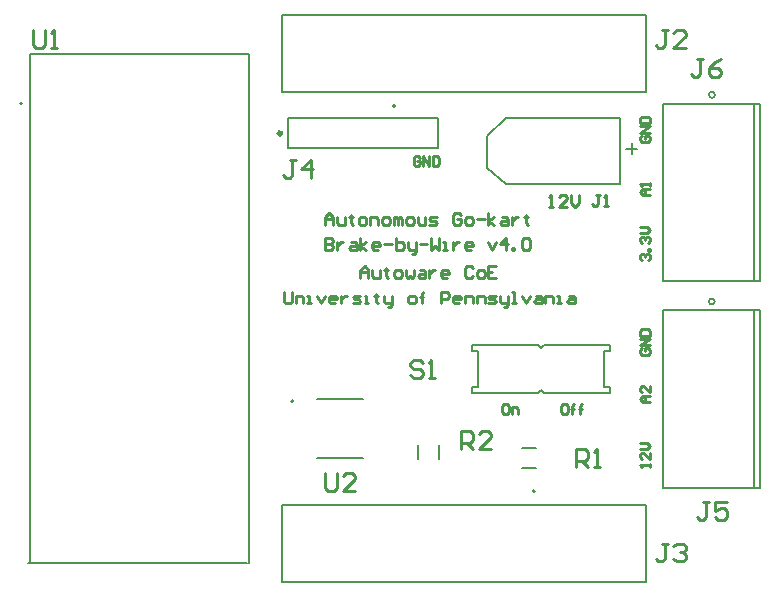
<source format=gto>
G04*
G04 #@! TF.GenerationSoftware,Altium Limited,Altium Designer,22.8.2 (66)*
G04*
G04 Layer_Color=65535*
%FSLAX42Y42*%
%MOMM*%
G71*
G04*
G04 #@! TF.SameCoordinates,BE524959-8ACB-43EF-997A-26B96313BF78*
G04*
G04*
G04 #@! TF.FilePolarity,Positive*
G04*
G01*
G75*
%ADD10C,0.20*%
%ADD11C,0.20*%
%ADD12C,0.30*%
%ADD13C,0.13*%
%ADD14C,0.25*%
D10*
X6475Y2475D02*
G03*
X6475Y2475I-25J0D01*
G01*
Y4225D02*
G03*
X6475Y4225I-25J0D01*
G01*
D11*
X4952Y870D02*
G03*
X4952Y870I-10J0D01*
G01*
X610Y4150D02*
G03*
X610Y4150I-10J0D01*
G01*
X3768Y4130D02*
G03*
X3768Y4130I-10J0D01*
G01*
X2906Y1631D02*
G03*
X2906Y1631I-10J0D01*
G01*
D12*
X2807Y3900D02*
G03*
X2807Y3900I-15J0D01*
G01*
D13*
X4550Y3873D02*
X4707Y4030D01*
X4550Y3870D02*
Y3873D01*
X4707Y4030D02*
X5670D01*
X4707Y3470D02*
X5670D01*
X5770Y3720D02*
Y3820D01*
X5720Y3770D02*
X5820D01*
X5670Y3470D02*
Y4030D01*
X4550Y3608D02*
X4707Y3470D01*
X4550Y3608D02*
Y3870D01*
X6860Y900D02*
Y2400D01*
X6810Y900D02*
X6860D01*
X6040D02*
X6810D01*
X6040D02*
Y2400D01*
X6860D01*
X6810Y900D02*
Y2400D01*
X6860Y2650D02*
Y4150D01*
X6810Y2650D02*
X6860D01*
X6040D02*
X6810D01*
X6040D02*
Y4150D01*
X6860D01*
X6810Y2650D02*
Y4150D01*
X2809Y100D02*
X5890D01*
X2809D02*
Y750D01*
X5890Y100D02*
Y750D01*
X2809D02*
X5890D01*
X673Y4570D02*
X2527D01*
X673Y265D02*
X673Y4570D01*
X2527Y265D02*
X2527Y4570D01*
X660Y265D02*
X2514D01*
X2809Y4900D02*
X5890D01*
Y4250D02*
Y4900D01*
X2809Y4250D02*
Y4900D01*
Y4250D02*
X5890D01*
X2865Y3775D02*
Y4025D01*
Y3775D02*
X4135D01*
Y4025D01*
X2865D02*
X4135D01*
X4842Y1062D02*
X4958D01*
X4842Y1238D02*
X4958D01*
X5025Y1697D02*
X5584D01*
X5000Y1722D02*
X5025Y1697D01*
X4975D02*
X5000Y1722D01*
X4416Y1697D02*
X4975D01*
X4416D02*
Y1748D01*
X4467D01*
Y2052D01*
X4416D02*
X4467D01*
X4416D02*
Y2103D01*
X4975D01*
X5000Y2078D01*
X5025Y2103D01*
X5584D01*
Y2052D02*
Y2103D01*
X5533Y2052D02*
X5584D01*
X5533Y1748D02*
Y2052D01*
Y1748D02*
X5584D01*
Y1697D02*
Y1748D01*
X3105Y1652D02*
X3495D01*
X3105Y1148D02*
X3495D01*
X3962Y1142D02*
Y1258D01*
X4138Y1142D02*
Y1258D01*
D14*
X6075Y4776D02*
X6024D01*
X6049D01*
Y4649D01*
X6024Y4624D01*
X5998D01*
X5973Y4649D01*
X6227Y4624D02*
X6125D01*
X6227Y4725D01*
Y4751D01*
X6202Y4776D01*
X6151D01*
X6125Y4751D01*
X4715Y1605D02*
X4689D01*
X4675Y1592D01*
Y1539D01*
X4689Y1525D01*
X4715D01*
X4729Y1539D01*
Y1592D01*
X4715Y1605D01*
X4755Y1525D02*
Y1579D01*
X4795D01*
X4809Y1565D01*
Y1525D01*
X5075Y3275D02*
X5109D01*
X5092D01*
Y3375D01*
X5075Y3359D01*
X5225Y3275D02*
X5159D01*
X5225Y3342D01*
Y3359D01*
X5209Y3375D01*
X5175D01*
X5159Y3359D01*
X5259Y3375D02*
Y3309D01*
X5292Y3275D01*
X5325Y3309D01*
Y3375D01*
X5215Y1605D02*
X5189D01*
X5175Y1592D01*
Y1539D01*
X5189Y1525D01*
X5215D01*
X5229Y1539D01*
Y1592D01*
X5215Y1605D01*
X5269Y1525D02*
Y1592D01*
Y1565D01*
X5255D01*
X5282D01*
X5269D01*
Y1592D01*
X5282Y1605D01*
X5335Y1525D02*
Y1592D01*
Y1565D01*
X5322D01*
X5349D01*
X5335D01*
Y1592D01*
X5349Y1605D01*
X5858Y2825D02*
X5845Y2839D01*
Y2865D01*
X5858Y2879D01*
X5871D01*
X5885Y2865D01*
Y2852D01*
Y2865D01*
X5898Y2879D01*
X5911D01*
X5925Y2865D01*
Y2839D01*
X5911Y2825D01*
X5925Y2905D02*
X5911D01*
Y2919D01*
X5925D01*
Y2905D01*
X5858Y2972D02*
X5845Y2985D01*
Y3012D01*
X5858Y3025D01*
X5871D01*
X5885Y3012D01*
Y2999D01*
Y3012D01*
X5898Y3025D01*
X5911D01*
X5925Y3012D01*
Y2985D01*
X5911Y2972D01*
X5845Y3052D02*
X5898D01*
X5925Y3079D01*
X5898Y3105D01*
X5845D01*
X5858Y3879D02*
X5845Y3865D01*
Y3839D01*
X5858Y3825D01*
X5911D01*
X5925Y3839D01*
Y3865D01*
X5911Y3879D01*
X5885D01*
Y3852D01*
X5925Y3905D02*
X5845D01*
X5925Y3959D01*
X5845D01*
Y3985D02*
X5925D01*
Y4025D01*
X5911Y4039D01*
X5858D01*
X5845Y4025D01*
Y3985D01*
X5925Y3375D02*
X5871D01*
X5845Y3402D01*
X5871Y3429D01*
X5925D01*
X5885D01*
Y3375D01*
X5925Y3455D02*
Y3482D01*
Y3469D01*
X5845D01*
X5858Y3455D01*
X5925Y1625D02*
X5871D01*
X5845Y1652D01*
X5871Y1679D01*
X5925D01*
X5885D01*
Y1625D01*
X5925Y1759D02*
Y1705D01*
X5871Y1759D01*
X5858D01*
X5845Y1745D01*
Y1719D01*
X5858Y1705D01*
X5925Y1075D02*
Y1102D01*
Y1089D01*
X5845D01*
X5858Y1075D01*
X5925Y1195D02*
Y1142D01*
X5871Y1195D01*
X5858D01*
X5845Y1182D01*
Y1155D01*
X5858Y1142D01*
X5845Y1222D02*
X5898D01*
X5925Y1249D01*
X5898Y1275D01*
X5845D01*
X5858Y2079D02*
X5845Y2065D01*
Y2039D01*
X5858Y2025D01*
X5911D01*
X5925Y2039D01*
Y2065D01*
X5911Y2079D01*
X5885D01*
Y2052D01*
X5925Y2105D02*
X5845D01*
X5925Y2159D01*
X5845D01*
Y2185D02*
X5925D01*
Y2225D01*
X5911Y2239D01*
X5858D01*
X5845Y2225D01*
Y2185D01*
X3979Y3692D02*
X3965Y3705D01*
X3939D01*
X3925Y3692D01*
Y3639D01*
X3939Y3625D01*
X3965D01*
X3979Y3639D01*
Y3665D01*
X3952D01*
X4005Y3625D02*
Y3705D01*
X4059Y3625D01*
Y3705D01*
X4085D02*
Y3625D01*
X4125D01*
X4139Y3639D01*
Y3692D01*
X4125Y3705D01*
X4085D01*
X3175Y3125D02*
Y3192D01*
X3209Y3225D01*
X3242Y3192D01*
Y3125D01*
Y3175D01*
X3175D01*
X3275Y3192D02*
Y3142D01*
X3292Y3125D01*
X3342D01*
Y3192D01*
X3392Y3209D02*
Y3192D01*
X3375D01*
X3409D01*
X3392D01*
Y3142D01*
X3409Y3125D01*
X3475D02*
X3509D01*
X3525Y3142D01*
Y3175D01*
X3509Y3192D01*
X3475D01*
X3459Y3175D01*
Y3142D01*
X3475Y3125D01*
X3559D02*
Y3192D01*
X3609D01*
X3625Y3175D01*
Y3125D01*
X3675D02*
X3709D01*
X3725Y3142D01*
Y3175D01*
X3709Y3192D01*
X3675D01*
X3659Y3175D01*
Y3142D01*
X3675Y3125D01*
X3759D02*
Y3192D01*
X3775D01*
X3792Y3175D01*
Y3125D01*
Y3175D01*
X3809Y3192D01*
X3825Y3175D01*
Y3125D01*
X3875D02*
X3908D01*
X3925Y3142D01*
Y3175D01*
X3908Y3192D01*
X3875D01*
X3859Y3175D01*
Y3142D01*
X3875Y3125D01*
X3958Y3192D02*
Y3142D01*
X3975Y3125D01*
X4025D01*
Y3192D01*
X4058Y3125D02*
X4108D01*
X4125Y3142D01*
X4108Y3159D01*
X4075D01*
X4058Y3175D01*
X4075Y3192D01*
X4125D01*
X4325Y3209D02*
X4308Y3225D01*
X4275D01*
X4258Y3209D01*
Y3142D01*
X4275Y3125D01*
X4308D01*
X4325Y3142D01*
Y3175D01*
X4292D01*
X4375Y3125D02*
X4408D01*
X4425Y3142D01*
Y3175D01*
X4408Y3192D01*
X4375D01*
X4358Y3175D01*
Y3142D01*
X4375Y3125D01*
X4458Y3175D02*
X4525D01*
X4558Y3125D02*
Y3225D01*
Y3159D02*
X4608Y3192D01*
X4558Y3159D02*
X4608Y3125D01*
X4675Y3192D02*
X4708D01*
X4725Y3175D01*
Y3125D01*
X4675D01*
X4658Y3142D01*
X4675Y3159D01*
X4725D01*
X4758Y3192D02*
Y3125D01*
Y3159D01*
X4775Y3175D01*
X4792Y3192D01*
X4808D01*
X4875Y3209D02*
Y3192D01*
X4858D01*
X4892D01*
X4875D01*
Y3142D01*
X4892Y3125D01*
X3175Y3009D02*
Y2909D01*
X3225D01*
X3242Y2925D01*
Y2942D01*
X3225Y2959D01*
X3175D01*
X3225D01*
X3242Y2975D01*
Y2992D01*
X3225Y3009D01*
X3175D01*
X3275Y2975D02*
Y2909D01*
Y2942D01*
X3292Y2959D01*
X3309Y2975D01*
X3325D01*
X3392D02*
X3425D01*
X3442Y2959D01*
Y2909D01*
X3392D01*
X3375Y2925D01*
X3392Y2942D01*
X3442D01*
X3475Y2909D02*
Y3009D01*
Y2942D02*
X3525Y2975D01*
X3475Y2942D02*
X3525Y2909D01*
X3625D02*
X3592D01*
X3575Y2925D01*
Y2959D01*
X3592Y2975D01*
X3625D01*
X3642Y2959D01*
Y2942D01*
X3575D01*
X3675Y2959D02*
X3742D01*
X3775Y3009D02*
Y2909D01*
X3825D01*
X3842Y2925D01*
Y2942D01*
Y2959D01*
X3825Y2975D01*
X3775D01*
X3875D02*
Y2925D01*
X3892Y2909D01*
X3942D01*
Y2892D01*
X3925Y2875D01*
X3908D01*
X3942Y2909D02*
Y2975D01*
X3975Y2959D02*
X4042D01*
X4075Y3009D02*
Y2909D01*
X4108Y2942D01*
X4142Y2909D01*
Y3009D01*
X4175Y2909D02*
X4208D01*
X4192D01*
Y2975D01*
X4175D01*
X4258D02*
Y2909D01*
Y2942D01*
X4275Y2959D01*
X4292Y2975D01*
X4308D01*
X4408Y2909D02*
X4375D01*
X4358Y2925D01*
Y2959D01*
X4375Y2975D01*
X4408D01*
X4425Y2959D01*
Y2942D01*
X4358D01*
X4558Y2975D02*
X4592Y2909D01*
X4625Y2975D01*
X4708Y2909D02*
Y3009D01*
X4658Y2959D01*
X4725D01*
X4758Y2909D02*
Y2925D01*
X4775D01*
Y2909D01*
X4758D01*
X4842Y2992D02*
X4858Y3009D01*
X4892D01*
X4908Y2992D01*
Y2925D01*
X4892Y2909D01*
X4858D01*
X4842Y2925D01*
Y2992D01*
X3475Y2675D02*
Y2742D01*
X3509Y2775D01*
X3542Y2742D01*
Y2675D01*
Y2725D01*
X3475D01*
X3575Y2742D02*
Y2692D01*
X3592Y2675D01*
X3642D01*
Y2742D01*
X3692Y2759D02*
Y2742D01*
X3675D01*
X3709D01*
X3692D01*
Y2692D01*
X3709Y2675D01*
X3775D02*
X3809D01*
X3825Y2692D01*
Y2725D01*
X3809Y2742D01*
X3775D01*
X3759Y2725D01*
Y2692D01*
X3775Y2675D01*
X3859Y2742D02*
Y2692D01*
X3875Y2675D01*
X3892Y2692D01*
X3909Y2675D01*
X3925Y2692D01*
Y2742D01*
X3975D02*
X4009D01*
X4025Y2725D01*
Y2675D01*
X3975D01*
X3959Y2692D01*
X3975Y2709D01*
X4025D01*
X4059Y2742D02*
Y2675D01*
Y2709D01*
X4075Y2725D01*
X4092Y2742D01*
X4109D01*
X4208Y2675D02*
X4175D01*
X4159Y2692D01*
Y2725D01*
X4175Y2742D01*
X4208D01*
X4225Y2725D01*
Y2709D01*
X4159D01*
X4425Y2759D02*
X4408Y2775D01*
X4375D01*
X4358Y2759D01*
Y2692D01*
X4375Y2675D01*
X4408D01*
X4425Y2692D01*
X4475Y2675D02*
X4508D01*
X4525Y2692D01*
Y2725D01*
X4508Y2742D01*
X4475D01*
X4458Y2725D01*
Y2692D01*
X4475Y2675D01*
X4625Y2775D02*
X4558D01*
Y2675D01*
X4625D01*
X4558Y2725D02*
X4592D01*
X2825Y2559D02*
Y2475D01*
X2842Y2459D01*
X2875D01*
X2892Y2475D01*
Y2559D01*
X2925Y2459D02*
Y2525D01*
X2975D01*
X2992Y2509D01*
Y2459D01*
X3025D02*
X3059D01*
X3042D01*
Y2525D01*
X3025D01*
X3109D02*
X3142Y2459D01*
X3175Y2525D01*
X3259Y2459D02*
X3225D01*
X3209Y2475D01*
Y2509D01*
X3225Y2525D01*
X3259D01*
X3275Y2509D01*
Y2492D01*
X3209D01*
X3309Y2525D02*
Y2459D01*
Y2492D01*
X3325Y2509D01*
X3342Y2525D01*
X3359D01*
X3409Y2459D02*
X3459D01*
X3475Y2475D01*
X3459Y2492D01*
X3425D01*
X3409Y2509D01*
X3425Y2525D01*
X3475D01*
X3509Y2459D02*
X3542D01*
X3525D01*
Y2525D01*
X3509D01*
X3608Y2542D02*
Y2525D01*
X3592D01*
X3625D01*
X3608D01*
Y2475D01*
X3625Y2459D01*
X3675Y2525D02*
Y2475D01*
X3692Y2459D01*
X3742D01*
Y2442D01*
X3725Y2425D01*
X3708D01*
X3742Y2459D02*
Y2525D01*
X3892Y2459D02*
X3925D01*
X3942Y2475D01*
Y2509D01*
X3925Y2525D01*
X3892D01*
X3875Y2509D01*
Y2475D01*
X3892Y2459D01*
X3992D02*
Y2542D01*
Y2509D01*
X3975D01*
X4008D01*
X3992D01*
Y2542D01*
X4008Y2559D01*
X4158Y2459D02*
Y2559D01*
X4208D01*
X4225Y2542D01*
Y2509D01*
X4208Y2492D01*
X4158D01*
X4308Y2459D02*
X4275D01*
X4258Y2475D01*
Y2509D01*
X4275Y2525D01*
X4308D01*
X4325Y2509D01*
Y2492D01*
X4258D01*
X4358Y2459D02*
Y2525D01*
X4408D01*
X4425Y2509D01*
Y2459D01*
X4458D02*
Y2525D01*
X4508D01*
X4525Y2509D01*
Y2459D01*
X4558D02*
X4608D01*
X4625Y2475D01*
X4608Y2492D01*
X4575D01*
X4558Y2509D01*
X4575Y2525D01*
X4625D01*
X4658D02*
Y2475D01*
X4675Y2459D01*
X4725D01*
Y2442D01*
X4708Y2425D01*
X4691D01*
X4725Y2459D02*
Y2525D01*
X4758Y2459D02*
X4791D01*
X4775D01*
Y2559D01*
X4758D01*
X4841Y2525D02*
X4875Y2459D01*
X4908Y2525D01*
X4958D02*
X4991D01*
X5008Y2509D01*
Y2459D01*
X4958D01*
X4941Y2475D01*
X4958Y2492D01*
X5008D01*
X5041Y2459D02*
Y2525D01*
X5091D01*
X5108Y2509D01*
Y2459D01*
X5141D02*
X5175D01*
X5158D01*
Y2525D01*
X5141D01*
X5241D02*
X5275D01*
X5291Y2509D01*
Y2459D01*
X5241D01*
X5225Y2475D01*
X5241Y2492D01*
X5291D01*
X5500Y3380D02*
X5467D01*
X5483D01*
Y3297D01*
X5467Y3280D01*
X5450D01*
X5433Y3297D01*
X5533Y3280D02*
X5567D01*
X5550D01*
Y3380D01*
X5533Y3363D01*
X6375Y4526D02*
X6324D01*
X6349D01*
Y4399D01*
X6324Y4374D01*
X6298D01*
X6273Y4399D01*
X6527Y4526D02*
X6476Y4501D01*
X6425Y4450D01*
Y4399D01*
X6451Y4374D01*
X6502D01*
X6527Y4399D01*
Y4425D01*
X6502Y4450D01*
X6425D01*
X6425Y776D02*
X6374D01*
X6399D01*
Y649D01*
X6374Y624D01*
X6348D01*
X6323Y649D01*
X6577Y776D02*
X6475D01*
Y700D01*
X6526Y725D01*
X6552D01*
X6577Y700D01*
Y649D01*
X6552Y624D01*
X6501D01*
X6475Y649D01*
X698Y4776D02*
Y4649D01*
X724Y4624D01*
X775D01*
X800Y4649D01*
Y4776D01*
X851Y4624D02*
X902D01*
X876D01*
Y4776D01*
X851Y4751D01*
X5298Y1074D02*
Y1226D01*
X5375D01*
X5400Y1201D01*
Y1150D01*
X5375Y1125D01*
X5298D01*
X5349D02*
X5400Y1074D01*
X5451D02*
X5502D01*
X5476D01*
Y1226D01*
X5451Y1201D01*
X6075Y426D02*
X6024D01*
X6049D01*
Y299D01*
X6024Y274D01*
X5998D01*
X5973Y299D01*
X6125Y401D02*
X6151Y426D01*
X6202D01*
X6227Y401D01*
Y375D01*
X6202Y350D01*
X6176D01*
X6202D01*
X6227Y325D01*
Y299D01*
X6202Y274D01*
X6151D01*
X6125Y299D01*
X2925Y3676D02*
X2874D01*
X2899D01*
Y3549D01*
X2874Y3524D01*
X2848D01*
X2823Y3549D01*
X3052Y3524D02*
Y3676D01*
X2975Y3600D01*
X3077D01*
X3173Y1026D02*
Y899D01*
X3198Y874D01*
X3249D01*
X3275Y899D01*
Y1026D01*
X3427Y874D02*
X3325D01*
X3427Y975D01*
Y1001D01*
X3402Y1026D01*
X3351D01*
X3325Y1001D01*
X4000Y1951D02*
X3975Y1976D01*
X3924D01*
X3898Y1951D01*
Y1925D01*
X3924Y1900D01*
X3975D01*
X4000Y1875D01*
Y1849D01*
X3975Y1824D01*
X3924D01*
X3898Y1849D01*
X4051Y1824D02*
X4102D01*
X4076D01*
Y1976D01*
X4051Y1951D01*
X4323Y1224D02*
Y1376D01*
X4399D01*
X4425Y1351D01*
Y1300D01*
X4399Y1275D01*
X4323D01*
X4374D02*
X4425Y1224D01*
X4577D02*
X4475D01*
X4577Y1325D01*
Y1351D01*
X4552Y1376D01*
X4501D01*
X4475Y1351D01*
M02*

</source>
